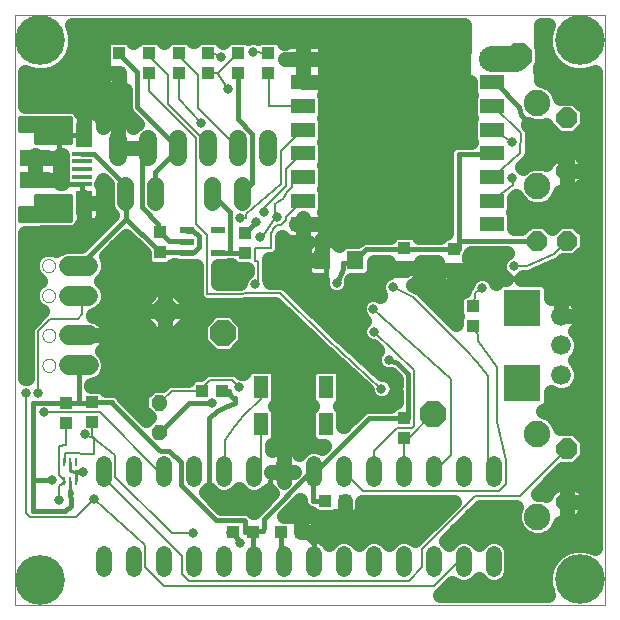
<source format=gbl>
G75*
%MOIN*%
%OFA0B0*%
%FSLAX24Y24*%
%IPPOS*%
%LPD*%
%AMOC8*
5,1,8,0,0,1.08239X$1,22.5*
%
%ADD10C,0.0000*%
%ADD11R,0.0551X0.0630*%
%ADD12R,0.0394X0.0433*%
%ADD13R,0.0433X0.0394*%
%ADD14R,0.0787X0.0512*%
%ADD15OC8,0.0850*%
%ADD16R,0.0472X0.0217*%
%ADD17C,0.0520*%
%ADD18R,0.0512X0.0748*%
%ADD19R,0.0112X0.0276*%
%ADD20R,0.0673X0.0157*%
%ADD21R,0.0575X0.0787*%
%ADD22R,0.0984X0.0541*%
%ADD23C,0.0160*%
%ADD24C,0.0560*%
%ADD25C,0.0104*%
%ADD26OC8,0.0660*%
%ADD27OC8,0.0700*%
%ADD28C,0.0885*%
%ADD29C,0.0660*%
%ADD30R,0.1227X0.1227*%
%ADD31C,0.0600*%
%ADD32C,0.0650*%
%ADD33C,0.0317*%
%ADD34C,0.0100*%
%ADD35C,0.0500*%
%ADD36C,0.0110*%
%ADD37C,0.0080*%
%ADD38C,0.0860*%
%ADD39C,0.1660*%
D10*
X000350Y000350D02*
X000350Y020035D01*
X020035Y020035D01*
X020035Y000350D01*
X000350Y000350D01*
X001267Y008344D02*
X001269Y008373D01*
X001275Y008401D01*
X001284Y008429D01*
X001297Y008455D01*
X001314Y008478D01*
X001333Y008500D01*
X001355Y008519D01*
X001380Y008534D01*
X001406Y008547D01*
X001434Y008555D01*
X001462Y008560D01*
X001491Y008561D01*
X001520Y008558D01*
X001548Y008551D01*
X001575Y008541D01*
X001601Y008527D01*
X001624Y008510D01*
X001645Y008490D01*
X001663Y008467D01*
X001678Y008442D01*
X001689Y008415D01*
X001697Y008387D01*
X001701Y008358D01*
X001701Y008330D01*
X001697Y008301D01*
X001689Y008273D01*
X001678Y008246D01*
X001663Y008221D01*
X001645Y008198D01*
X001624Y008178D01*
X001601Y008161D01*
X001575Y008147D01*
X001548Y008137D01*
X001520Y008130D01*
X001491Y008127D01*
X001462Y008128D01*
X001434Y008133D01*
X001406Y008141D01*
X001380Y008154D01*
X001355Y008169D01*
X001333Y008188D01*
X001314Y008210D01*
X001297Y008233D01*
X001284Y008259D01*
X001275Y008287D01*
X001269Y008315D01*
X001267Y008344D01*
X001267Y009344D02*
X001269Y009373D01*
X001275Y009401D01*
X001284Y009429D01*
X001297Y009455D01*
X001314Y009478D01*
X001333Y009500D01*
X001355Y009519D01*
X001380Y009534D01*
X001406Y009547D01*
X001434Y009555D01*
X001462Y009560D01*
X001491Y009561D01*
X001520Y009558D01*
X001548Y009551D01*
X001575Y009541D01*
X001601Y009527D01*
X001624Y009510D01*
X001645Y009490D01*
X001663Y009467D01*
X001678Y009442D01*
X001689Y009415D01*
X001697Y009387D01*
X001701Y009358D01*
X001701Y009330D01*
X001697Y009301D01*
X001689Y009273D01*
X001678Y009246D01*
X001663Y009221D01*
X001645Y009198D01*
X001624Y009178D01*
X001601Y009161D01*
X001575Y009147D01*
X001548Y009137D01*
X001520Y009130D01*
X001491Y009127D01*
X001462Y009128D01*
X001434Y009133D01*
X001406Y009141D01*
X001380Y009154D01*
X001355Y009169D01*
X001333Y009188D01*
X001314Y009210D01*
X001297Y009233D01*
X001284Y009259D01*
X001275Y009287D01*
X001269Y009315D01*
X001267Y009344D01*
X001259Y010670D02*
X001261Y010699D01*
X001267Y010727D01*
X001276Y010755D01*
X001289Y010781D01*
X001306Y010804D01*
X001325Y010826D01*
X001347Y010845D01*
X001372Y010860D01*
X001398Y010873D01*
X001426Y010881D01*
X001454Y010886D01*
X001483Y010887D01*
X001512Y010884D01*
X001540Y010877D01*
X001567Y010867D01*
X001593Y010853D01*
X001616Y010836D01*
X001637Y010816D01*
X001655Y010793D01*
X001670Y010768D01*
X001681Y010741D01*
X001689Y010713D01*
X001693Y010684D01*
X001693Y010656D01*
X001689Y010627D01*
X001681Y010599D01*
X001670Y010572D01*
X001655Y010547D01*
X001637Y010524D01*
X001616Y010504D01*
X001593Y010487D01*
X001567Y010473D01*
X001540Y010463D01*
X001512Y010456D01*
X001483Y010453D01*
X001454Y010454D01*
X001426Y010459D01*
X001398Y010467D01*
X001372Y010480D01*
X001347Y010495D01*
X001325Y010514D01*
X001306Y010536D01*
X001289Y010559D01*
X001276Y010585D01*
X001267Y010613D01*
X001261Y010641D01*
X001259Y010670D01*
X001259Y011670D02*
X001261Y011699D01*
X001267Y011727D01*
X001276Y011755D01*
X001289Y011781D01*
X001306Y011804D01*
X001325Y011826D01*
X001347Y011845D01*
X001372Y011860D01*
X001398Y011873D01*
X001426Y011881D01*
X001454Y011886D01*
X001483Y011887D01*
X001512Y011884D01*
X001540Y011877D01*
X001567Y011867D01*
X001593Y011853D01*
X001616Y011836D01*
X001637Y011816D01*
X001655Y011793D01*
X001670Y011768D01*
X001681Y011741D01*
X001689Y011713D01*
X001693Y011684D01*
X001693Y011656D01*
X001689Y011627D01*
X001681Y011599D01*
X001670Y011572D01*
X001655Y011547D01*
X001637Y011524D01*
X001616Y011504D01*
X001593Y011487D01*
X001567Y011473D01*
X001540Y011463D01*
X001512Y011456D01*
X001483Y011453D01*
X001454Y011454D01*
X001426Y011459D01*
X001398Y011467D01*
X001372Y011480D01*
X001347Y011495D01*
X001325Y011514D01*
X001306Y011536D01*
X001289Y011559D01*
X001276Y011585D01*
X001267Y011613D01*
X001261Y011641D01*
X001259Y011670D01*
D11*
X010602Y011851D03*
X011705Y011851D03*
D12*
X013332Y011590D03*
X013332Y012259D03*
X014980Y012209D03*
X014980Y011540D03*
X008032Y012093D03*
X008032Y012762D03*
X005179Y012786D03*
X005179Y012117D03*
X006605Y007505D03*
X007274Y007505D03*
X006789Y018089D03*
X006789Y018758D03*
X003814Y018758D03*
X003814Y018089D03*
D13*
X004812Y018089D03*
X004812Y018758D03*
X005812Y018758D03*
X005812Y018089D03*
X007787Y018089D03*
X007787Y018758D03*
X008807Y018758D03*
X008807Y018089D03*
X015613Y010319D03*
X015613Y009650D03*
X013327Y006585D03*
X013327Y005916D03*
X011372Y003824D03*
X010703Y003824D03*
X009905Y002795D03*
X009236Y002795D03*
X008277Y002805D03*
X007608Y002805D03*
X002910Y006453D03*
X002910Y007122D03*
X002049Y007097D03*
X002049Y006428D03*
D14*
X009959Y013051D03*
X009959Y013838D03*
X009959Y014626D03*
X009959Y015413D03*
X009959Y016201D03*
X009959Y016988D03*
X009959Y017775D03*
X009959Y018563D03*
X016259Y018563D03*
X016259Y017775D03*
X016259Y016988D03*
X016259Y016201D03*
X016259Y015413D03*
X016259Y014626D03*
X016259Y013838D03*
X016259Y013051D03*
D15*
X017168Y018666D03*
X005350Y010143D03*
X007280Y009422D03*
X014277Y006729D03*
D16*
X007119Y012096D03*
X007119Y012844D03*
X006095Y012844D03*
X006095Y012470D03*
X006095Y012096D03*
D17*
X006317Y005065D02*
X006317Y004545D01*
X005317Y004545D02*
X005317Y005065D01*
X004317Y005065D02*
X004317Y004545D01*
X003317Y004545D02*
X003317Y005065D01*
X007317Y005065D02*
X007317Y004545D01*
X008317Y004545D02*
X008317Y005065D01*
X009317Y005065D02*
X009317Y004545D01*
X010317Y004545D02*
X010317Y005065D01*
X011317Y005065D02*
X011317Y004545D01*
X012317Y004545D02*
X012317Y005065D01*
X013317Y005065D02*
X013317Y004545D01*
X014317Y004545D02*
X014317Y005065D01*
X015317Y005065D02*
X015317Y004545D01*
X016317Y004545D02*
X016317Y005065D01*
X016317Y002065D02*
X016317Y001545D01*
X015317Y001545D02*
X015317Y002065D01*
X014317Y002065D02*
X014317Y001545D01*
X013317Y001545D02*
X013317Y002065D01*
X012317Y002065D02*
X012317Y001545D01*
X011317Y001545D02*
X011317Y002065D01*
X010317Y002065D02*
X010317Y001545D01*
X009317Y001545D02*
X009317Y002065D01*
X008317Y002065D02*
X008317Y001545D01*
X007317Y001545D02*
X007317Y002065D01*
X006317Y002065D02*
X006317Y001545D01*
X005317Y001545D02*
X005317Y002065D01*
X004317Y002065D02*
X004317Y001545D01*
X003317Y001545D02*
X003317Y002065D01*
D18*
X008549Y006375D03*
X008549Y007635D03*
X010714Y007635D03*
X010714Y006375D03*
D19*
X002401Y005134D03*
X002204Y005134D03*
X002007Y005134D03*
X002007Y004484D03*
X002204Y004484D03*
X002401Y004484D03*
D20*
X002598Y014382D03*
X002598Y014638D03*
X002598Y014894D03*
X002598Y015150D03*
X002598Y015406D03*
D21*
X002649Y016036D03*
X002649Y013752D03*
D22*
X001011Y014525D03*
X001011Y015263D03*
D23*
X001011Y014525D01*
X000941Y014468D01*
X000925Y014468D02*
X001011Y014525D01*
X001185Y015059D02*
X001011Y015263D01*
X001011Y015297D01*
X001800Y015297D01*
X001828Y015297D01*
X001828Y016036D01*
X002649Y016036D01*
X002642Y016036D01*
X002649Y016036D02*
X002649Y016091D01*
X002179Y016042D02*
X001069Y016042D01*
X001069Y016200D02*
X002179Y016200D01*
X002179Y016359D02*
X000538Y016359D01*
X000538Y016517D02*
X002179Y016517D01*
X002179Y016596D02*
X001167Y016596D01*
X001169Y016595D01*
X000539Y016595D01*
X000537Y016200D01*
X001069Y016200D01*
X001069Y015779D01*
X002179Y015779D01*
X002179Y016596D01*
X002179Y015883D02*
X001069Y015883D01*
X001800Y015297D02*
X001800Y014382D01*
X002598Y014382D01*
X002602Y014381D01*
X002602Y013807D01*
X002649Y013759D01*
X002649Y013752D01*
X002179Y013823D02*
X001069Y013823D01*
X001069Y013981D02*
X002179Y013981D01*
X002179Y014002D02*
X001069Y014002D01*
X001069Y013581D01*
X000537Y013581D01*
X000535Y013184D01*
X001165Y013184D01*
X001167Y013185D01*
X002179Y013185D01*
X002179Y014002D01*
X002179Y013664D02*
X001069Y013664D01*
X000537Y013506D02*
X002179Y013506D01*
X002179Y013347D02*
X000536Y013347D01*
X000535Y013189D02*
X002179Y013189D01*
X002484Y011673D02*
X004011Y013200D01*
X004074Y013240D01*
X004074Y014004D01*
X004021Y014070D01*
X004019Y014074D01*
X004019Y014374D01*
X002988Y015405D01*
X002602Y015405D01*
X002598Y015406D01*
X001185Y015059D02*
X001011Y015146D01*
X004074Y013240D02*
X005130Y012185D01*
X005179Y012117D01*
X005185Y012114D01*
X006074Y012114D01*
X006090Y012098D01*
X006095Y012096D01*
X006169Y012130D01*
X006326Y012130D01*
X006492Y012295D01*
X006492Y012649D01*
X006303Y012838D01*
X006098Y012838D01*
X006095Y012844D01*
X006090Y012476D02*
X006095Y012470D01*
X006090Y012476D02*
X005492Y012476D01*
X005185Y012783D01*
X005179Y012786D01*
X005130Y012854D01*
X005130Y013059D01*
X004578Y013610D01*
X004578Y015366D01*
X004799Y015586D01*
X004804Y015589D01*
X005027Y014775D02*
X005767Y015515D01*
X005804Y015589D01*
X005799Y015594D01*
X004429Y016964D01*
X004429Y018114D01*
X003815Y018728D01*
X003815Y018752D01*
X003814Y018758D01*
X007787Y018089D02*
X007791Y018082D01*
X007791Y016555D01*
X008271Y016074D01*
X008271Y014421D01*
X007917Y014067D01*
X007916Y014063D01*
X007515Y013460D02*
X006917Y014059D01*
X006916Y014063D01*
X007515Y013460D02*
X007515Y012098D01*
X008027Y012098D01*
X008032Y012093D01*
X007515Y012098D02*
X007122Y012098D01*
X007119Y012096D01*
X007466Y011591D02*
X008158Y011591D01*
X006508Y010536D02*
X005956Y010019D01*
X005902Y009965D01*
X007690Y008189D01*
X007475Y007499D02*
X007279Y007500D01*
X007274Y007505D01*
X007475Y007499D02*
X007529Y007352D01*
X007608Y007274D01*
X007695Y007241D01*
X007697Y007091D01*
X007343Y006967D01*
X007106Y006812D01*
X006818Y006606D01*
X006818Y004575D01*
X006833Y004575D01*
X006833Y003923D01*
X008720Y003923D01*
X008720Y003849D01*
X008843Y004497D01*
X008959Y004805D01*
X009317Y004805D01*
X010200Y004775D02*
X010317Y004805D01*
X010397Y004830D01*
X012153Y006586D01*
X013326Y006586D01*
X013327Y006585D01*
X013405Y006586D01*
X013460Y006586D01*
X013460Y008051D01*
X013098Y008413D01*
X012816Y008534D01*
X011579Y010615D02*
X010722Y010618D01*
X010722Y011232D01*
X010719Y011275D01*
X010720Y011728D01*
X010720Y011815D01*
X010602Y011851D01*
X010649Y011925D01*
X010653Y011929D01*
X010689Y011893D01*
X010653Y011929D02*
X010633Y011948D01*
X010602Y011866D02*
X010602Y011851D01*
X011291Y011767D02*
X011291Y011554D01*
X011084Y011098D01*
X011579Y011374D02*
X011579Y010615D01*
X011579Y011374D02*
X013429Y011374D01*
X013563Y011507D01*
X014862Y011507D01*
X014980Y011540D01*
X016492Y011540D01*
X016490Y011254D01*
X018566Y011254D01*
X018568Y009996D01*
X015147Y012209D02*
X015147Y012500D01*
X017759Y012500D01*
X017763Y012502D01*
X015147Y012500D02*
X015147Y015395D01*
X016259Y015395D01*
X016259Y015413D01*
X017496Y016303D02*
X017496Y016397D01*
X017226Y016677D01*
X017169Y016956D01*
X016381Y017744D01*
X016342Y017744D01*
X016259Y017775D01*
X016263Y017775D01*
X017496Y016303D02*
X018752Y014815D01*
X018753Y014814D01*
X015147Y012209D02*
X014980Y012209D01*
X014901Y012208D01*
X013405Y012208D01*
X013332Y012259D01*
X013263Y012216D01*
X012074Y012216D01*
X011767Y011909D01*
X011705Y011851D01*
X011626Y011822D01*
X011570Y011767D01*
X011291Y011767D01*
X009964Y013051D02*
X009959Y013051D01*
X009901Y012996D01*
X009959Y013051D01*
X009964Y013051D01*
X009959Y013051D01*
X008381Y013114D02*
X008035Y012767D01*
X008032Y012762D01*
X005027Y014074D02*
X005027Y014775D01*
X005027Y014074D02*
X005021Y014070D01*
X002484Y011673D02*
X002476Y011670D01*
X002484Y008344D02*
X002484Y008342D01*
X002484Y007098D01*
X002051Y007098D01*
X000945Y007098D01*
X000947Y004516D01*
X001596Y004516D01*
X001595Y004511D01*
X002206Y004152D02*
X002209Y004075D01*
X002206Y004149D01*
X002208Y003743D01*
X002214Y003649D01*
X002032Y003506D01*
X001781Y003506D01*
X000947Y003494D01*
X000947Y004516D01*
X002399Y004806D02*
X002452Y004807D01*
X002610Y004807D01*
X003626Y007043D02*
X005145Y005523D01*
X005224Y005492D01*
X005507Y005492D01*
X005878Y005122D01*
X005878Y004374D01*
X007067Y003185D01*
X007996Y003185D01*
X008019Y003161D01*
X008019Y002815D01*
X008027Y002807D01*
X008193Y002807D01*
X008277Y002805D01*
X008358Y002830D01*
X008626Y002830D01*
X008657Y002909D01*
X008657Y003232D01*
X010200Y004775D01*
X010279Y004767D02*
X010279Y003830D01*
X010703Y003830D01*
X010703Y003824D01*
X011372Y003824D02*
X011377Y003556D01*
X011377Y003322D01*
X009895Y003322D01*
X009279Y003322D01*
X009895Y003322D02*
X009893Y002931D01*
X009905Y002795D01*
X009909Y002791D01*
X010311Y002389D01*
X010311Y001807D01*
X010317Y001805D01*
X009317Y001805D02*
X009311Y001807D01*
X009240Y001878D01*
X009240Y002791D01*
X009236Y002795D01*
X008279Y002799D02*
X008277Y002805D01*
X008279Y002799D02*
X008279Y001838D01*
X008311Y001807D01*
X008317Y001805D01*
X007842Y002408D02*
X007649Y002736D01*
X007608Y002805D01*
X007602Y002799D01*
X007452Y002799D01*
X010279Y004767D02*
X010311Y004799D01*
X010317Y004805D01*
X006929Y007082D02*
X006161Y007082D01*
X005200Y006122D01*
X005153Y006116D01*
X003626Y007043D02*
X003594Y007122D01*
X002996Y007122D01*
X002910Y007122D01*
X002909Y007122D01*
X002885Y007098D01*
X002484Y007098D01*
X002051Y007098D02*
X002049Y007097D01*
X014936Y011540D02*
X014936Y011565D01*
D24*
X007916Y013783D02*
X007916Y014343D01*
X006916Y014343D02*
X006916Y013783D01*
X005021Y013790D02*
X005021Y014350D01*
X004021Y014350D02*
X004021Y013790D01*
D25*
X004998Y007072D02*
X004946Y007020D01*
X004946Y007192D01*
X005067Y007313D01*
X005239Y007313D01*
X005360Y007192D01*
X005360Y007020D01*
X005239Y006899D01*
X005067Y006899D01*
X004946Y007020D01*
X005024Y007052D01*
X005024Y007160D01*
X005099Y007235D01*
X005207Y007235D01*
X005282Y007160D01*
X005282Y007052D01*
X005207Y006977D01*
X005099Y006977D01*
X005024Y007052D01*
X005102Y007085D01*
X005102Y007127D01*
X005132Y007157D01*
X005174Y007157D01*
X005204Y007127D01*
X005204Y007085D01*
X005174Y007055D01*
X005132Y007055D01*
X005102Y007085D01*
X004998Y006082D02*
X004946Y006030D01*
X004946Y006202D01*
X005067Y006323D01*
X005239Y006323D01*
X005360Y006202D01*
X005360Y006030D01*
X005239Y005909D01*
X005067Y005909D01*
X004946Y006030D01*
X005024Y006062D01*
X005024Y006170D01*
X005099Y006245D01*
X005207Y006245D01*
X005282Y006170D01*
X005282Y006062D01*
X005207Y005987D01*
X005099Y005987D01*
X005024Y006062D01*
X005102Y006095D01*
X005102Y006137D01*
X005132Y006167D01*
X005174Y006167D01*
X005204Y006137D01*
X005204Y006095D01*
X005174Y006065D01*
X005132Y006065D01*
X005102Y006095D01*
D26*
X017763Y012502D03*
X018763Y012502D03*
D27*
X018753Y014814D03*
X018753Y016594D03*
X018753Y005571D03*
X018753Y003791D03*
D28*
X017773Y003301D03*
X017773Y006061D03*
X017773Y014324D03*
X017773Y017084D03*
D29*
X018568Y009996D03*
X018568Y009011D03*
X018568Y008027D03*
D30*
X017268Y007752D03*
X017268Y010271D03*
D31*
X008804Y015289D02*
X008804Y015889D01*
X007804Y015889D02*
X007804Y015289D01*
X006804Y015289D02*
X006804Y015889D01*
X005804Y015889D02*
X005804Y015289D01*
X004804Y015289D02*
X004804Y015889D01*
X003804Y015889D02*
X003804Y015289D01*
D32*
X002801Y011670D02*
X002151Y011670D01*
X002151Y010670D02*
X002801Y010670D01*
X002809Y009344D02*
X002160Y009344D01*
X002160Y008344D02*
X002809Y008344D01*
D33*
X001122Y007437D03*
X000720Y007437D03*
X001329Y006778D03*
X002684Y006056D03*
X002610Y004807D03*
X001595Y004511D03*
X001834Y003842D03*
X002988Y003881D03*
X006286Y002741D03*
X007842Y002408D03*
X009279Y003322D03*
X008720Y003849D03*
X006929Y007082D03*
X007818Y007611D03*
X006508Y010536D03*
X007466Y011591D03*
X008158Y011591D03*
X008358Y011060D03*
X008538Y012625D03*
X008381Y013114D03*
X008673Y013445D03*
X009101Y013299D03*
X007845Y013263D03*
X011084Y011098D03*
X012297Y010239D03*
X012941Y010955D03*
X012326Y009468D03*
X012816Y008534D03*
X012573Y007573D03*
X015921Y010932D03*
X016975Y011646D03*
X016926Y014596D03*
X016918Y015799D03*
X008304Y018805D03*
X007214Y018608D03*
X007472Y017573D03*
X006543Y016434D03*
D34*
X002204Y004484D02*
X002203Y004464D01*
X002206Y004152D01*
D35*
X004726Y006523D02*
X003975Y007273D01*
X003974Y007276D01*
X003944Y007350D01*
X003943Y007352D01*
X003942Y007354D01*
X003886Y007410D01*
X003831Y007466D01*
X003828Y007467D01*
X003826Y007469D01*
X003753Y007499D01*
X003681Y007531D01*
X003678Y007531D01*
X003676Y007532D01*
X003597Y007532D01*
X003518Y007533D01*
X003515Y007532D01*
X003381Y007532D01*
X003314Y007599D01*
X003192Y007649D01*
X002894Y007649D01*
X002894Y007689D01*
X002939Y007689D01*
X003180Y007789D01*
X003364Y007973D01*
X003464Y008214D01*
X003464Y008474D01*
X003364Y008715D01*
X003249Y008831D01*
X003255Y008836D01*
X003318Y008898D01*
X003372Y008968D01*
X003416Y009045D01*
X003450Y009127D01*
X003472Y009212D01*
X003484Y009300D01*
X003484Y009344D01*
X003484Y009388D01*
X003472Y009476D01*
X003450Y009561D01*
X003416Y009643D01*
X003372Y009720D01*
X003318Y009790D01*
X003255Y009852D01*
X003185Y009906D01*
X003108Y009950D01*
X003027Y009984D01*
X002956Y010003D01*
X002956Y010026D01*
X003172Y010115D01*
X003356Y010299D01*
X003456Y010540D01*
X003456Y010801D01*
X003356Y011041D01*
X003227Y011170D01*
X003356Y011299D01*
X003456Y011540D01*
X003456Y011801D01*
X003378Y011988D01*
X004063Y012672D01*
X004653Y012082D01*
X004653Y011835D01*
X004703Y011713D01*
X004796Y011621D01*
X004917Y011570D01*
X005442Y011570D01*
X005563Y011621D01*
X005647Y011704D01*
X005683Y011704D01*
X005793Y011658D01*
X006389Y011658D01*
X006389Y010791D01*
X006388Y010789D01*
X006389Y010718D01*
X006389Y010646D01*
X006390Y010644D01*
X006390Y010641D01*
X006419Y010576D01*
X006446Y010510D01*
X006448Y010509D01*
X006449Y010506D01*
X006500Y010457D01*
X006550Y010406D01*
X006552Y010405D01*
X006554Y010404D01*
X006620Y010377D01*
X006686Y010350D01*
X006688Y010350D01*
X006691Y010349D01*
X006762Y010350D01*
X006833Y010350D01*
X006835Y010351D01*
X009038Y010381D01*
X010460Y009016D01*
X010462Y009013D01*
X010513Y008965D01*
X010564Y008917D01*
X010567Y008916D01*
X012085Y007520D01*
X012085Y007476D01*
X012159Y007297D01*
X012297Y007159D01*
X012476Y007085D01*
X012671Y007085D01*
X012850Y007159D01*
X012987Y007297D01*
X013050Y007448D01*
X013050Y007112D01*
X013045Y007112D01*
X012924Y007062D01*
X012858Y006996D01*
X012072Y006996D01*
X011921Y006934D01*
X011300Y006313D01*
X011300Y006815D01*
X011250Y006936D01*
X011181Y007005D01*
X011250Y007074D01*
X011300Y007195D01*
X011300Y008074D01*
X011250Y008196D01*
X011157Y008289D01*
X011036Y008339D01*
X010393Y008339D01*
X010271Y008289D01*
X010178Y008196D01*
X010128Y008074D01*
X010128Y007195D01*
X010178Y007074D01*
X010247Y007005D01*
X010178Y006936D01*
X010128Y006815D01*
X010128Y005935D01*
X010178Y005814D01*
X010271Y005721D01*
X010393Y005671D01*
X010658Y005671D01*
X010582Y005594D01*
X010435Y005655D01*
X010200Y005655D01*
X009983Y005565D01*
X009824Y005406D01*
X009783Y005463D01*
X009715Y005531D01*
X009637Y005587D01*
X009551Y005631D01*
X009460Y005660D01*
X009365Y005675D01*
X009317Y005675D01*
X009269Y005675D01*
X009174Y005660D01*
X009083Y005631D01*
X008998Y005587D01*
X008920Y005531D01*
X008917Y005527D01*
X008917Y005690D01*
X008992Y005721D01*
X009084Y005814D01*
X009135Y005935D01*
X009135Y006815D01*
X009084Y006936D01*
X009015Y007005D01*
X009084Y007074D01*
X009135Y007195D01*
X009135Y008074D01*
X009084Y008196D01*
X008992Y008289D01*
X008870Y008339D01*
X008227Y008339D01*
X008106Y008289D01*
X008013Y008196D01*
X007965Y008079D01*
X007915Y008099D01*
X007888Y008099D01*
X007873Y008114D01*
X007834Y008159D01*
X007822Y008165D01*
X007812Y008175D01*
X007756Y008198D01*
X007703Y008225D01*
X007689Y008226D01*
X007676Y008232D01*
X007616Y008232D01*
X007556Y008236D01*
X007543Y008232D01*
X006788Y008232D01*
X006652Y008175D01*
X006528Y008051D01*
X006343Y008051D01*
X006221Y008001D01*
X006129Y007908D01*
X006113Y007870D01*
X005513Y007870D01*
X005377Y007813D01*
X005259Y007696D01*
X004909Y007696D01*
X004563Y007350D01*
X004563Y006862D01*
X004814Y006611D01*
X004726Y006523D01*
X004594Y006831D02*
X004418Y006831D01*
X004563Y007329D02*
X003953Y007329D01*
X003219Y007828D02*
X005411Y007828D01*
X006525Y009109D02*
X006967Y008667D01*
X007593Y008667D01*
X008035Y009109D01*
X008035Y009735D01*
X007593Y010177D01*
X006967Y010177D01*
X006525Y009735D01*
X006525Y009109D01*
X006525Y009323D02*
X003484Y009323D01*
X003484Y009344D02*
X002484Y009344D01*
X003484Y009344D01*
X003255Y008825D02*
X006810Y008825D01*
X007750Y008825D02*
X010666Y008825D01*
X010141Y009323D02*
X008035Y009323D01*
X007948Y009822D02*
X009621Y009822D01*
X009101Y010320D02*
X006125Y010320D01*
X006125Y010464D02*
X006125Y010143D01*
X005350Y010143D01*
X005350Y010143D01*
X005350Y009368D01*
X005671Y009368D01*
X006125Y009822D01*
X006125Y010143D01*
X005350Y010143D01*
X005350Y010143D01*
X005350Y009368D01*
X005029Y009368D01*
X004575Y009822D01*
X004575Y010143D01*
X005350Y010143D01*
X005350Y010143D01*
X005350Y010918D01*
X005671Y010918D01*
X006125Y010464D01*
X006389Y010819D02*
X005770Y010819D01*
X005350Y010819D02*
X005350Y010819D01*
X005350Y010918D02*
X005029Y010918D01*
X004575Y010464D01*
X004575Y010143D01*
X005350Y010143D01*
X005350Y010143D01*
X005350Y010918D01*
X004929Y010819D02*
X003448Y010819D01*
X003363Y011317D02*
X006389Y011317D01*
X007129Y011317D02*
X007936Y011317D01*
X007944Y011337D02*
X007870Y011157D01*
X007870Y011105D01*
X007129Y011095D01*
X007129Y011658D01*
X007421Y011658D01*
X007494Y011688D01*
X007556Y011688D01*
X007648Y011596D01*
X007769Y011546D01*
X008084Y011546D01*
X008084Y011475D01*
X008082Y011474D01*
X007944Y011337D01*
X008824Y011317D02*
X010052Y011317D01*
X010055Y011313D02*
X010103Y011264D01*
X010161Y011226D01*
X010224Y011199D01*
X010292Y011186D01*
X010595Y011186D01*
X010595Y011001D01*
X010670Y010822D01*
X010807Y010684D01*
X010986Y010610D01*
X011181Y010610D01*
X011360Y010684D01*
X011498Y010822D01*
X011572Y011001D01*
X011572Y011181D01*
X011583Y011206D01*
X012046Y011206D01*
X012167Y011256D01*
X012260Y011349D01*
X012310Y011470D01*
X012310Y011806D01*
X012786Y011806D01*
X012786Y011590D01*
X013332Y011590D01*
X013332Y011590D01*
X012786Y011590D01*
X012786Y011420D01*
X012665Y011370D01*
X012527Y011232D01*
X012453Y011053D01*
X012453Y010858D01*
X012527Y010679D01*
X012538Y010668D01*
X012394Y010728D01*
X012200Y010728D01*
X012021Y010653D01*
X011883Y010516D01*
X011809Y010336D01*
X011809Y010142D01*
X011883Y009963D01*
X012007Y009839D01*
X011912Y009745D01*
X011838Y009565D01*
X011838Y009371D01*
X011912Y009191D01*
X012050Y009054D01*
X012229Y008980D01*
X012302Y008980D01*
X012440Y008848D01*
X012402Y008810D01*
X012328Y008631D01*
X012328Y008436D01*
X012402Y008257D01*
X012540Y008119D01*
X012719Y008045D01*
X012886Y008045D01*
X013050Y007881D01*
X013050Y007698D01*
X012987Y007850D01*
X012850Y007987D01*
X012671Y008062D01*
X012589Y008062D01*
X011020Y009505D01*
X009442Y011019D01*
X009390Y011069D01*
X009389Y011070D01*
X009388Y011071D01*
X009320Y011097D01*
X009253Y011124D01*
X009252Y011124D01*
X009251Y011124D01*
X009178Y011123D01*
X008847Y011118D01*
X008847Y011157D01*
X008824Y011212D01*
X008824Y011882D01*
X008820Y011891D01*
X008882Y011891D01*
X008955Y011891D01*
X008956Y011891D01*
X008957Y011891D01*
X009024Y011919D01*
X009091Y011946D01*
X009092Y011947D01*
X009093Y011947D01*
X009144Y011999D01*
X009196Y012050D01*
X009196Y012051D01*
X009197Y012051D01*
X009224Y012119D01*
X009253Y012186D01*
X009253Y012187D01*
X009253Y012260D01*
X009253Y012333D01*
X009253Y012334D01*
X009253Y012604D01*
X009265Y012615D01*
X009294Y012572D01*
X009343Y012523D01*
X009400Y012485D01*
X009464Y012458D01*
X009531Y012445D01*
X009959Y012445D01*
X009959Y013051D01*
X009727Y013051D01*
X009727Y013051D01*
X009959Y013051D01*
X009959Y013051D01*
X009959Y013252D01*
X009959Y013252D01*
X009959Y013051D01*
X009959Y013051D01*
X009959Y013051D01*
X009959Y012445D01*
X010114Y012445D01*
X010103Y012438D01*
X010055Y012389D01*
X010016Y012332D01*
X009990Y012268D01*
X009977Y012200D01*
X009977Y011851D01*
X010602Y011851D01*
X010602Y012516D01*
X010565Y012516D01*
X010576Y012523D01*
X010625Y012572D01*
X010663Y012629D01*
X010690Y012693D01*
X010703Y012761D01*
X010703Y013051D01*
X010703Y013341D01*
X010690Y013409D01*
X010664Y013471D01*
X010683Y013517D01*
X010683Y014160D01*
X010653Y014232D01*
X010683Y014304D01*
X010683Y014947D01*
X010653Y015019D01*
X010683Y015092D01*
X010683Y015735D01*
X010653Y015807D01*
X010683Y015879D01*
X010683Y016522D01*
X010653Y016594D01*
X010683Y016666D01*
X010683Y017309D01*
X010664Y017355D01*
X010690Y017417D01*
X010703Y017485D01*
X010703Y017775D01*
X009959Y017775D01*
X009959Y018563D01*
X009353Y018563D01*
X009353Y018563D01*
X009959Y018563D01*
X009959Y018563D01*
X009959Y019169D01*
X009531Y019169D01*
X009464Y019155D01*
X009400Y019129D01*
X009343Y019090D01*
X009330Y019077D01*
X009303Y019142D01*
X009210Y019235D01*
X009089Y019285D01*
X008524Y019285D01*
X008473Y019264D01*
X008401Y019294D01*
X008207Y019294D01*
X008127Y019261D01*
X008069Y019285D01*
X007504Y019285D01*
X007383Y019235D01*
X007290Y019142D01*
X007282Y019122D01*
X007265Y019162D01*
X007172Y019255D01*
X007051Y019305D01*
X006526Y019305D01*
X006405Y019255D01*
X006312Y019162D01*
X006305Y019145D01*
X006216Y019235D01*
X006094Y019285D01*
X005530Y019285D01*
X005409Y019235D01*
X005316Y019142D01*
X005312Y019133D01*
X005308Y019142D01*
X005215Y019235D01*
X005094Y019285D01*
X004530Y019285D01*
X004408Y019235D01*
X004315Y019142D01*
X004307Y019122D01*
X004290Y019162D01*
X004198Y019255D01*
X004076Y019305D01*
X003551Y019305D01*
X003430Y019255D01*
X003337Y019162D01*
X003287Y019040D01*
X003287Y018476D01*
X003298Y018450D01*
X003280Y018408D01*
X003267Y018340D01*
X003267Y018089D01*
X003267Y017838D01*
X003280Y017770D01*
X003307Y017707D01*
X003345Y017649D01*
X003394Y017601D01*
X003451Y017562D01*
X003515Y017536D01*
X003582Y017522D01*
X003814Y017522D01*
X004019Y017522D01*
X004019Y016883D01*
X004081Y016732D01*
X004408Y016405D01*
X004374Y016379D01*
X004314Y016319D01*
X004304Y016305D01*
X004294Y016319D01*
X004233Y016379D01*
X004166Y016431D01*
X004092Y016473D01*
X004013Y016506D01*
X003931Y016528D01*
X003847Y016539D01*
X003804Y016539D01*
X003804Y015589D01*
X003804Y015589D01*
X004154Y015589D01*
X004804Y015589D01*
X004804Y015589D01*
X003804Y015589D01*
X003804Y015589D01*
X003804Y016539D01*
X003761Y016539D01*
X003677Y016528D01*
X003595Y016506D01*
X003516Y016473D01*
X003442Y016431D01*
X003374Y016379D01*
X003314Y016319D01*
X003287Y016283D01*
X003287Y016464D01*
X003273Y016532D01*
X003247Y016595D01*
X003208Y016653D01*
X003160Y016701D01*
X003102Y016740D01*
X003039Y016766D01*
X002971Y016779D01*
X002649Y016779D01*
X002546Y016779D01*
X002526Y016828D01*
X002411Y016943D01*
X002260Y017006D01*
X001188Y017006D01*
X001129Y017012D01*
X001108Y017006D01*
X001085Y017006D01*
X001083Y017005D01*
X000700Y017005D01*
X000700Y018125D01*
X000753Y018094D01*
X001048Y018015D01*
X001353Y018015D01*
X001648Y018094D01*
X001913Y018247D01*
X002129Y018463D01*
X002282Y018727D01*
X002361Y019022D01*
X002361Y019328D01*
X002282Y019623D01*
X002246Y019685D01*
X015309Y019685D01*
X015300Y017776D01*
X015515Y017775D01*
X015515Y017485D01*
X015528Y017417D01*
X015554Y017355D01*
X015535Y017309D01*
X015535Y016666D01*
X015565Y016594D01*
X015535Y016522D01*
X015535Y015879D01*
X015565Y015807D01*
X015564Y015805D01*
X015065Y015805D01*
X014915Y015742D01*
X014799Y015627D01*
X014737Y015476D01*
X014737Y012756D01*
X014717Y012756D01*
X014596Y012705D01*
X014509Y012618D01*
X013827Y012618D01*
X013809Y012662D01*
X013716Y012755D01*
X013595Y012805D01*
X013070Y012805D01*
X012949Y012755D01*
X012856Y012662D01*
X012841Y012626D01*
X011993Y012626D01*
X011842Y012564D01*
X011774Y012496D01*
X011363Y012496D01*
X011242Y012446D01*
X011164Y012368D01*
X011150Y012389D01*
X011101Y012438D01*
X011044Y012476D01*
X010980Y012502D01*
X010912Y012516D01*
X010602Y012516D01*
X010602Y011851D01*
X010602Y011851D01*
X010602Y011851D01*
X009977Y011851D01*
X009977Y011501D01*
X009990Y011434D01*
X010016Y011370D01*
X010055Y011313D01*
X009977Y011816D02*
X008824Y011816D01*
X009253Y012186D02*
X009253Y012186D01*
X009253Y012314D02*
X010009Y012314D01*
X009959Y012813D02*
X009959Y012813D01*
X009959Y013051D02*
X009959Y013051D01*
X010703Y013051D01*
X009959Y013051D01*
X010703Y012813D02*
X014737Y012813D01*
X014737Y013311D02*
X010703Y013311D01*
X010683Y013810D02*
X014737Y013810D01*
X014737Y014308D02*
X010683Y014308D01*
X010683Y014807D02*
X014737Y014807D01*
X014737Y015305D02*
X010683Y015305D01*
X010655Y015804D02*
X015062Y015804D01*
X015535Y016302D02*
X010683Y016302D01*
X010683Y016801D02*
X015535Y016801D01*
X015535Y017299D02*
X010683Y017299D01*
X010703Y017775D02*
X009959Y017775D01*
X009959Y017775D01*
X009959Y017775D01*
X009959Y017957D01*
X009959Y018563D01*
X009959Y018563D01*
X009959Y019169D01*
X010388Y019169D01*
X010455Y019155D01*
X010519Y019129D01*
X010576Y019090D01*
X010625Y019042D01*
X010663Y018984D01*
X010690Y018921D01*
X010703Y018853D01*
X010703Y018563D01*
X009959Y018563D01*
X009959Y018563D01*
X009959Y018563D01*
X010703Y018563D01*
X010703Y018272D01*
X010690Y018205D01*
X010675Y018169D01*
X010690Y018133D01*
X010703Y018066D01*
X010703Y017775D01*
X010703Y017798D02*
X015300Y017798D01*
X015302Y018296D02*
X010703Y018296D01*
X009959Y018296D02*
X009959Y018296D01*
X009959Y017798D02*
X009959Y017798D01*
X009959Y018795D02*
X009959Y018795D01*
X010703Y018795D02*
X015305Y018795D01*
X015307Y019293D02*
X008403Y019293D01*
X008205Y019293D02*
X007080Y019293D01*
X006497Y019293D02*
X004105Y019293D01*
X003523Y019293D02*
X002361Y019293D01*
X002300Y018795D02*
X003287Y018795D01*
X003267Y018296D02*
X001962Y018296D01*
X003267Y018089D02*
X003814Y018089D01*
X003814Y017522D01*
X003814Y018089D01*
X003814Y018089D01*
X003267Y018089D01*
X003275Y017798D02*
X000700Y017798D01*
X000700Y017299D02*
X004019Y017299D01*
X004053Y016801D02*
X002538Y016801D01*
X002649Y016779D02*
X002649Y016036D01*
X002649Y016036D01*
X002589Y016036D01*
X002589Y016036D01*
X002649Y016036D01*
X002649Y016036D01*
X002649Y016779D01*
X002649Y016302D02*
X002649Y016302D01*
X003287Y016302D02*
X003302Y016302D01*
X003804Y016302D02*
X003804Y016302D01*
X003804Y015804D02*
X003804Y015804D01*
X001931Y015369D02*
X001931Y015261D01*
X001931Y014579D01*
X001925Y014563D01*
X001911Y014495D01*
X001911Y014412D01*
X001854Y014412D01*
X001854Y014525D01*
X001854Y014830D01*
X001841Y014894D01*
X001854Y014958D01*
X001854Y015263D01*
X001011Y015263D01*
X001011Y015263D01*
X001011Y015146D01*
X001011Y014525D01*
X001011Y014525D01*
X001011Y015263D01*
X001011Y015369D01*
X001011Y015369D01*
X001011Y015263D01*
X001011Y015263D01*
X001011Y015263D01*
X001854Y015263D01*
X001854Y015369D01*
X001931Y015369D01*
X001931Y015305D02*
X001854Y015305D01*
X001011Y015305D02*
X001011Y015305D01*
X001011Y014807D02*
X001011Y014807D01*
X001011Y014525D02*
X001854Y014525D01*
X001011Y014525D01*
X001011Y014525D01*
X001854Y014807D02*
X001931Y014807D01*
X002649Y013953D02*
X002649Y013752D01*
X002649Y013752D01*
X002649Y013009D01*
X002549Y013009D01*
X002526Y012953D01*
X002411Y012838D01*
X002260Y012775D01*
X001249Y012775D01*
X001246Y012774D01*
X001187Y012774D01*
X001128Y012768D01*
X001106Y012774D01*
X000700Y012774D01*
X000700Y007925D01*
X000752Y007925D01*
X000752Y009565D01*
X000808Y009701D01*
X001217Y010111D01*
X001255Y010149D01*
X001155Y010190D01*
X000996Y010349D01*
X000910Y010558D01*
X000910Y010783D01*
X000996Y010991D01*
X001155Y011151D01*
X001203Y011170D01*
X001155Y011190D01*
X000996Y011349D01*
X000910Y011558D01*
X000910Y011783D01*
X000996Y011991D01*
X001155Y012151D01*
X001364Y012237D01*
X001589Y012237D01*
X001732Y012177D01*
X001781Y012225D01*
X002021Y012325D01*
X002556Y012325D01*
X003590Y013358D01*
X003504Y013444D01*
X003411Y013669D01*
X003411Y014402D01*
X003276Y014537D01*
X003285Y014495D01*
X003285Y014382D01*
X003218Y014382D01*
X003218Y014382D01*
X003285Y014382D01*
X003285Y014269D01*
X003277Y014230D01*
X003287Y014180D01*
X003287Y013752D01*
X002649Y013752D01*
X002649Y013009D01*
X002971Y013009D01*
X003039Y013022D01*
X003102Y013048D01*
X003160Y013087D01*
X003208Y013135D01*
X003247Y013193D01*
X003273Y013256D01*
X003287Y013324D01*
X003287Y013752D01*
X002649Y013752D01*
X002649Y013752D01*
X002649Y013752D01*
X002649Y013953D01*
X002649Y013953D01*
X002649Y013810D02*
X002649Y013810D01*
X002649Y013311D02*
X002649Y013311D01*
X003284Y013311D02*
X003542Y013311D01*
X003411Y013810D02*
X003287Y013810D01*
X003285Y014308D02*
X003411Y014308D01*
X003044Y012813D02*
X002350Y012813D01*
X001994Y012314D02*
X000700Y012314D01*
X000700Y011816D02*
X000923Y011816D01*
X001028Y011317D02*
X000700Y011317D01*
X000700Y010819D02*
X000924Y010819D01*
X001025Y010320D02*
X000700Y010320D01*
X000700Y009822D02*
X000928Y009822D01*
X000752Y009323D02*
X000700Y009323D01*
X000700Y008825D02*
X000752Y008825D01*
X000752Y008326D02*
X000700Y008326D01*
X002484Y009344D02*
X002484Y009344D01*
X003286Y009822D02*
X004575Y009822D01*
X004575Y010320D02*
X003365Y010320D01*
X005350Y010320D02*
X005350Y010320D01*
X005350Y009822D02*
X005350Y009822D01*
X006124Y009822D02*
X006612Y009822D01*
X008196Y008326D02*
X003464Y008326D01*
X003450Y011816D02*
X004661Y011816D01*
X004420Y012314D02*
X003705Y012314D01*
X009651Y010819D02*
X010673Y010819D01*
X010170Y010320D02*
X011809Y010320D01*
X011989Y009822D02*
X010690Y009822D01*
X011218Y009323D02*
X011858Y009323D01*
X011760Y008825D02*
X012417Y008825D01*
X012374Y008326D02*
X012302Y008326D01*
X011750Y007828D02*
X011300Y007828D01*
X011208Y008326D02*
X011067Y008326D01*
X010362Y008326D02*
X008901Y008326D01*
X009135Y007828D02*
X010128Y007828D01*
X010128Y007329D02*
X009135Y007329D01*
X009128Y006831D02*
X010135Y006831D01*
X010128Y006332D02*
X009135Y006332D01*
X009092Y005834D02*
X010170Y005834D01*
X009317Y005675D02*
X009317Y004805D01*
X008907Y004805D01*
X008907Y004805D01*
X009317Y004805D01*
X009317Y004805D01*
X009317Y004472D01*
X009317Y004472D01*
X009317Y004805D01*
X009317Y004805D01*
X009317Y005675D01*
X009317Y005335D02*
X009317Y005335D01*
X009317Y004837D02*
X009317Y004837D01*
X009317Y004805D02*
X009317Y004805D01*
X009651Y004805D01*
X009651Y004805D01*
X009317Y004805D01*
X009317Y004805D01*
X008811Y004204D02*
X008852Y004148D01*
X008920Y004080D01*
X008923Y004078D01*
X008310Y003464D01*
X008306Y003455D01*
X008252Y003509D01*
X008228Y003532D01*
X008077Y003595D01*
X007236Y003595D01*
X006719Y004112D01*
X006817Y004211D01*
X006983Y004045D01*
X007200Y003955D01*
X007435Y003955D01*
X007651Y004045D01*
X007817Y004211D01*
X007983Y004045D01*
X008200Y003955D01*
X008435Y003955D01*
X008651Y004045D01*
X008811Y004204D01*
X008685Y003840D02*
X006992Y003840D01*
X009327Y003322D02*
X009869Y003864D01*
X009869Y003749D01*
X009932Y003598D01*
X010047Y003483D01*
X010198Y003420D01*
X010227Y003420D01*
X010300Y003347D01*
X010421Y003297D01*
X010985Y003297D01*
X011012Y003308D01*
X011054Y003290D01*
X011121Y003277D01*
X011372Y003277D01*
X011372Y003824D01*
X011372Y003824D01*
X011372Y003277D01*
X011623Y003277D01*
X011691Y003290D01*
X011755Y003317D01*
X011812Y003355D01*
X011861Y003404D01*
X011899Y003461D01*
X011925Y003525D01*
X011939Y003593D01*
X011939Y003791D01*
X014976Y003791D01*
X013701Y002516D01*
X013651Y002565D01*
X013435Y002655D01*
X013200Y002655D01*
X012983Y002565D01*
X012817Y002400D01*
X012651Y002565D01*
X012435Y002655D01*
X012200Y002655D01*
X011983Y002565D01*
X011817Y002400D01*
X011651Y002565D01*
X011435Y002655D01*
X011200Y002655D01*
X010983Y002565D01*
X010824Y002406D01*
X010783Y002463D01*
X010715Y002531D01*
X010637Y002587D01*
X010551Y002631D01*
X010471Y002657D01*
X010471Y002795D01*
X009905Y002795D01*
X009905Y002795D01*
X010471Y002795D01*
X010471Y003027D01*
X010458Y003094D01*
X010432Y003158D01*
X010393Y003215D01*
X010345Y003264D01*
X010287Y003302D01*
X010224Y003329D01*
X010156Y003342D01*
X009905Y003342D01*
X009905Y002795D01*
X009905Y002795D01*
X009905Y003342D01*
X009654Y003342D01*
X009586Y003329D01*
X009544Y003311D01*
X009518Y003322D01*
X009327Y003322D01*
X009346Y003341D02*
X009648Y003341D01*
X009905Y003341D02*
X009905Y003341D01*
X010162Y003341D02*
X010315Y003341D01*
X009869Y003840D02*
X009845Y003840D01*
X009905Y002843D02*
X009905Y002843D01*
X010471Y002843D02*
X014028Y002843D01*
X014724Y002492D02*
X014817Y002400D01*
X014983Y002565D01*
X015200Y002655D01*
X015435Y002655D01*
X015651Y002565D01*
X015817Y002400D01*
X015983Y002565D01*
X016200Y002655D01*
X016435Y002655D01*
X016651Y002565D01*
X016817Y002399D01*
X016907Y002183D01*
X016907Y001428D01*
X016817Y001211D01*
X016651Y001045D01*
X016435Y000955D01*
X016200Y000955D01*
X015983Y001045D01*
X015817Y001211D01*
X015651Y001045D01*
X015435Y000955D01*
X015200Y000955D01*
X014983Y001045D01*
X014933Y001095D01*
X014624Y000786D01*
X014538Y000700D01*
X018136Y000700D01*
X018099Y000765D01*
X018019Y001060D01*
X018019Y001365D01*
X018099Y001660D01*
X018251Y001924D01*
X018467Y002140D01*
X018732Y002293D01*
X019027Y002372D01*
X019332Y002372D01*
X019627Y002293D01*
X019685Y002260D01*
X019685Y018128D01*
X019629Y018096D01*
X019334Y018017D01*
X019029Y018017D01*
X018734Y018096D01*
X018469Y018248D01*
X018253Y018464D01*
X018101Y018729D01*
X018022Y019024D01*
X018022Y019329D01*
X018101Y019624D01*
X018136Y019685D01*
X017902Y019685D01*
X017902Y019000D01*
X017923Y018978D01*
X017923Y018756D01*
X017938Y018581D01*
X017923Y018533D01*
X017923Y018353D01*
X017902Y018331D01*
X017902Y018287D01*
X017871Y018287D01*
X017888Y017857D01*
X017927Y017857D01*
X018211Y017739D01*
X018428Y017522D01*
X018531Y017274D01*
X019035Y017274D01*
X019433Y016876D01*
X019433Y016313D01*
X019035Y015914D01*
X018472Y015914D01*
X018073Y016313D01*
X018073Y016372D01*
X017927Y016312D01*
X017620Y016312D01*
X017455Y016380D01*
X017474Y016361D01*
X017523Y016313D01*
X017525Y016308D01*
X017529Y016305D01*
X017554Y016241D01*
X017582Y016178D01*
X017582Y016173D01*
X017584Y016168D01*
X017583Y016100D01*
X017584Y016031D01*
X017582Y016026D01*
X017576Y015480D01*
X017580Y015470D01*
X017575Y015407D01*
X017575Y015344D01*
X017571Y015334D01*
X017570Y015323D01*
X017542Y015267D01*
X017517Y015209D01*
X017509Y015201D01*
X017504Y015191D01*
X017457Y015150D01*
X017412Y015106D01*
X017402Y015102D01*
X017246Y014966D01*
X017285Y014928D01*
X017336Y014979D01*
X017620Y015097D01*
X017927Y015097D01*
X018053Y015044D01*
X018053Y015104D01*
X018463Y015514D01*
X018753Y015514D01*
X018753Y014814D01*
X018753Y014814D01*
X018753Y014114D01*
X018523Y014114D01*
X018428Y013887D01*
X018211Y013669D01*
X017927Y013552D01*
X017620Y013552D01*
X017336Y013669D01*
X017118Y013887D01*
X017073Y013996D01*
X016982Y013922D01*
X016982Y013517D01*
X016952Y013445D01*
X016982Y013372D01*
X016982Y012910D01*
X017238Y012910D01*
X017490Y013162D01*
X018037Y013162D01*
X018263Y012935D01*
X018490Y013162D01*
X019037Y013162D01*
X019423Y012775D01*
X019423Y012228D01*
X019037Y011842D01*
X018625Y011842D01*
X018576Y011793D01*
X018528Y011743D01*
X018524Y011741D01*
X018520Y011737D01*
X018457Y011711D01*
X017638Y011346D01*
X017637Y011345D01*
X017570Y011316D01*
X017504Y011287D01*
X017503Y011287D01*
X017502Y011286D01*
X017429Y011285D01*
X017357Y011283D01*
X017356Y011283D01*
X017303Y011282D01*
X017252Y011232D01*
X017211Y011215D01*
X017947Y011215D01*
X018069Y011164D01*
X018162Y011072D01*
X018212Y010950D01*
X018212Y010575D01*
X018266Y010607D01*
X018349Y010641D01*
X018435Y010664D01*
X018523Y010676D01*
X018568Y010676D01*
X018568Y009996D01*
X018568Y009996D01*
X019248Y009996D01*
X019248Y010040D01*
X019236Y010129D01*
X019213Y010215D01*
X019179Y010297D01*
X019134Y010374D01*
X019080Y010445D01*
X019017Y010508D01*
X018946Y010562D01*
X018869Y010607D01*
X018787Y010641D01*
X018701Y010664D01*
X018612Y010676D01*
X018568Y010676D01*
X018568Y009996D01*
X018568Y009996D01*
X019248Y009996D01*
X019248Y009951D01*
X019236Y009863D01*
X019213Y009777D01*
X019179Y009694D01*
X019134Y009617D01*
X019080Y009546D01*
X019023Y009489D01*
X019127Y009385D01*
X019228Y009143D01*
X019228Y008880D01*
X019127Y008638D01*
X019009Y008519D01*
X019127Y008401D01*
X019228Y008158D01*
X019228Y007896D01*
X019127Y007653D01*
X018942Y007468D01*
X018699Y007367D01*
X018436Y007367D01*
X018212Y007460D01*
X018212Y007073D01*
X018162Y006951D01*
X018069Y006858D01*
X017967Y006816D01*
X018211Y006716D01*
X018428Y006498D01*
X018531Y006251D01*
X019035Y006251D01*
X019433Y005852D01*
X019433Y005289D01*
X019035Y004891D01*
X018595Y004891D01*
X017778Y004073D01*
X017927Y004073D01*
X018053Y004021D01*
X018053Y004081D01*
X018463Y004491D01*
X018753Y004491D01*
X018753Y003791D01*
X018753Y003791D01*
X018753Y004491D01*
X019043Y004491D01*
X019453Y004081D01*
X019453Y003791D01*
X018753Y003791D01*
X018753Y003791D01*
X018753Y003091D01*
X018523Y003091D01*
X018428Y002863D01*
X018211Y002646D01*
X017927Y002528D01*
X017620Y002528D01*
X017336Y002646D01*
X017118Y002863D01*
X017001Y003147D01*
X017001Y003454D01*
X017072Y003626D01*
X015858Y003626D01*
X014724Y002492D01*
X015074Y002843D02*
X017139Y002843D01*
X016840Y002344D02*
X018921Y002344D01*
X019437Y002344D02*
X019685Y002344D01*
X019685Y002843D02*
X018408Y002843D01*
X018753Y003091D02*
X019043Y003091D01*
X019453Y003501D01*
X019453Y003791D01*
X018753Y003791D01*
X018753Y003791D01*
X018753Y003091D01*
X018753Y003341D02*
X018753Y003341D01*
X018753Y003840D02*
X018753Y003840D01*
X019294Y003341D02*
X019685Y003341D01*
X019685Y003840D02*
X019453Y003840D01*
X019685Y004338D02*
X019196Y004338D01*
X018753Y004338D02*
X018753Y004338D01*
X018311Y004338D02*
X018042Y004338D01*
X018541Y004837D02*
X019685Y004837D01*
X019685Y005335D02*
X019433Y005335D01*
X019433Y005834D02*
X019685Y005834D01*
X019685Y006332D02*
X018497Y006332D01*
X018001Y006831D02*
X019685Y006831D01*
X019685Y007329D02*
X018212Y007329D01*
X019199Y007828D02*
X019685Y007828D01*
X019685Y008326D02*
X019158Y008326D01*
X019205Y008825D02*
X019685Y008825D01*
X019685Y009323D02*
X019153Y009323D01*
X019225Y009822D02*
X019685Y009822D01*
X019685Y010320D02*
X019166Y010320D01*
X018568Y010320D02*
X018568Y010320D01*
X018212Y010819D02*
X019685Y010819D01*
X019685Y011317D02*
X017572Y011317D01*
X016740Y011215D02*
X016589Y011215D01*
X016468Y011164D01*
X016387Y011083D01*
X016335Y011208D01*
X016197Y011346D01*
X016018Y011420D01*
X015824Y011420D01*
X015644Y011346D01*
X015508Y011210D01*
X015513Y011221D01*
X015526Y011289D01*
X015526Y011540D01*
X015526Y011791D01*
X015513Y011859D01*
X015496Y011901D01*
X015506Y011927D01*
X015506Y012006D01*
X015541Y012090D01*
X016771Y012090D01*
X016699Y012060D01*
X016561Y011922D01*
X016487Y011743D01*
X016487Y011549D01*
X016561Y011369D01*
X016699Y011232D01*
X016740Y011215D01*
X016613Y011317D02*
X016226Y011317D01*
X016517Y011816D02*
X015522Y011816D01*
X015526Y011540D02*
X014980Y011540D01*
X014980Y011540D01*
X015526Y011540D01*
X015526Y011317D02*
X015615Y011317D01*
X015484Y011154D02*
X015432Y011029D01*
X015432Y011028D01*
X015398Y011003D01*
X015396Y011000D01*
X015394Y010999D01*
X015358Y010938D01*
X015321Y010877D01*
X015320Y010874D01*
X015319Y010872D01*
X015314Y010839D01*
X015209Y010796D01*
X015116Y010703D01*
X015066Y010582D01*
X015066Y010057D01*
X015096Y009985D01*
X015066Y009912D01*
X015066Y009708D01*
X013886Y010888D01*
X013843Y010936D01*
X013834Y010940D01*
X013827Y010947D01*
X013768Y010972D01*
X013632Y011037D01*
X013695Y011063D01*
X013752Y011101D01*
X013801Y011150D01*
X013839Y011207D01*
X013866Y011271D01*
X013879Y011339D01*
X013879Y011590D01*
X013879Y011798D01*
X014434Y011798D01*
X014433Y011791D01*
X014433Y011540D01*
X014980Y011540D01*
X014980Y010973D01*
X015211Y010973D01*
X015279Y010987D01*
X015342Y011013D01*
X015400Y011051D01*
X015448Y011100D01*
X015484Y011154D01*
X015264Y010819D02*
X013956Y010819D01*
X013875Y011317D02*
X014433Y011317D01*
X014433Y011289D02*
X014446Y011221D01*
X014473Y011158D01*
X014511Y011100D01*
X014560Y011051D01*
X014617Y011013D01*
X014681Y010987D01*
X014748Y010973D01*
X014980Y010973D01*
X014980Y011540D01*
X014980Y011540D01*
X014980Y011540D01*
X014433Y011540D01*
X014433Y011289D01*
X014980Y011317D02*
X014980Y011317D01*
X013879Y011590D02*
X013332Y011590D01*
X013879Y011590D01*
X013332Y011590D02*
X013332Y011590D01*
X012612Y011317D02*
X012228Y011317D01*
X012470Y010819D02*
X011494Y010819D01*
X010602Y012314D02*
X010602Y012314D01*
X014454Y010320D02*
X015066Y010320D01*
X015066Y009822D02*
X014953Y009822D01*
X013050Y007828D02*
X012997Y007828D01*
X013001Y007329D02*
X013050Y007329D01*
X012146Y007329D02*
X011300Y007329D01*
X011293Y006831D02*
X011818Y006831D01*
X011319Y006332D02*
X011300Y006332D01*
X011372Y003341D02*
X011372Y003341D01*
X011791Y003341D02*
X014526Y003341D01*
X015573Y003341D02*
X017001Y003341D01*
X016907Y001846D02*
X018206Y001846D01*
X018019Y001347D02*
X016874Y001347D01*
X018076Y000849D02*
X014687Y000849D01*
X018599Y011816D02*
X019685Y011816D01*
X019685Y012314D02*
X019423Y012314D01*
X019386Y012813D02*
X019685Y012813D01*
X019685Y013311D02*
X016982Y013311D01*
X016982Y013810D02*
X017196Y013810D01*
X018351Y013810D02*
X019685Y013810D01*
X019043Y014114D02*
X019453Y014524D01*
X019453Y014814D01*
X018753Y014814D01*
X018753Y014114D01*
X019043Y014114D01*
X019237Y014308D02*
X019685Y014308D01*
X019685Y014807D02*
X019453Y014807D01*
X019453Y014814D02*
X019453Y015104D01*
X019043Y015514D01*
X018753Y015514D01*
X018753Y014814D01*
X018753Y014814D01*
X018753Y014814D01*
X019453Y014814D01*
X019253Y015305D02*
X019685Y015305D01*
X019685Y015804D02*
X017580Y015804D01*
X017561Y015305D02*
X018254Y015305D01*
X018753Y015305D02*
X018753Y015305D01*
X018753Y014807D02*
X018753Y014807D01*
X018753Y014308D02*
X018753Y014308D01*
X018084Y016302D02*
X017530Y016302D01*
X018521Y017299D02*
X019685Y017299D01*
X019685Y016801D02*
X019433Y016801D01*
X019423Y016302D02*
X019685Y016302D01*
X019685Y017798D02*
X018070Y017798D01*
X017902Y018296D02*
X018422Y018296D01*
X018083Y018795D02*
X017923Y018795D01*
X017902Y019293D02*
X018022Y019293D01*
X003814Y018089D02*
X003814Y018089D01*
X003814Y017798D02*
X003814Y017798D01*
D36*
X002204Y005134D02*
X002204Y005067D01*
X002202Y004814D01*
X002399Y004807D01*
X002399Y004806D01*
X002401Y004484D01*
D37*
X002019Y004444D02*
X002007Y004484D01*
X001996Y004523D01*
X001830Y004689D01*
X001830Y005358D01*
X001835Y005653D01*
X002043Y005681D01*
X002043Y006421D01*
X002049Y006428D01*
X002684Y006056D02*
X002873Y005974D01*
X002909Y005956D01*
X002934Y005980D01*
X002983Y005929D01*
X002983Y005764D01*
X002985Y005403D01*
X002879Y005404D01*
X002700Y005402D01*
X002366Y005415D01*
X002012Y005412D01*
X002011Y005137D01*
X002007Y005134D01*
X002011Y004484D02*
X002007Y004484D01*
X002019Y004444D02*
X001840Y004309D01*
X001834Y003842D01*
X002381Y003287D02*
X002956Y003862D01*
X002988Y003881D01*
X004703Y002341D01*
X004704Y001618D01*
X005326Y000996D01*
X014311Y000996D01*
X015114Y001799D01*
X015311Y001799D01*
X015317Y001805D01*
X013933Y001618D02*
X013933Y002224D01*
X015704Y003996D01*
X017177Y003996D01*
X018752Y005570D01*
X018753Y005571D01*
X016720Y005200D02*
X016720Y004405D01*
X016476Y004161D01*
X011956Y004161D01*
X011319Y004799D01*
X011317Y004805D01*
X012317Y004805D02*
X012319Y004807D01*
X012319Y005492D01*
X013090Y006263D01*
X013594Y006263D01*
X013665Y006334D01*
X013663Y008189D01*
X012326Y009468D01*
X012297Y010239D02*
X014883Y007886D01*
X014878Y005366D01*
X014319Y004807D01*
X014317Y004805D01*
X013319Y004807D02*
X013317Y004805D01*
X013319Y004807D02*
X013319Y005878D01*
X013327Y005916D01*
X013366Y005925D01*
X013484Y005925D01*
X014271Y006712D01*
X014271Y006728D01*
X014277Y006729D01*
X012573Y007573D02*
X010767Y009235D01*
X009185Y010753D01*
X006759Y010720D01*
X006759Y012696D01*
X006381Y013074D01*
X006381Y015909D01*
X004815Y017476D01*
X004815Y018082D01*
X004812Y018089D01*
X004815Y018673D02*
X005468Y018019D01*
X005468Y017051D01*
X006799Y015720D01*
X006799Y015594D01*
X006804Y015589D01*
X007799Y015594D02*
X007804Y015589D01*
X007799Y015594D02*
X006468Y016925D01*
X006468Y018019D01*
X005815Y018673D01*
X005815Y018752D01*
X005812Y018758D01*
X005812Y018089D02*
X005815Y018082D01*
X005815Y017232D01*
X006543Y016434D01*
X007472Y017573D02*
X007137Y018051D01*
X007122Y018090D01*
X007783Y018752D01*
X007787Y018758D01*
X008304Y018805D02*
X008799Y018752D01*
X008807Y018758D01*
X008807Y018089D02*
X008807Y018082D01*
X008830Y018082D01*
X008827Y017209D01*
X008827Y016996D01*
X009956Y016996D01*
X009959Y016988D01*
X009959Y016201D02*
X009956Y016200D01*
X009925Y016200D01*
X009224Y015500D01*
X009224Y014381D01*
X008073Y013377D01*
X008073Y013263D01*
X007845Y013263D01*
X008673Y013445D02*
X008673Y013602D01*
X009389Y014319D01*
X009389Y014878D01*
X009925Y015413D01*
X009956Y015413D01*
X009959Y015413D01*
X009956Y014626D02*
X009959Y014626D01*
X009956Y014626D02*
X009606Y014626D01*
X009606Y014320D01*
X009586Y014287D01*
X009425Y014127D01*
X009282Y013881D01*
X009043Y013744D01*
X009025Y013713D01*
X009025Y013413D01*
X009101Y013299D01*
X009025Y013272D02*
X008635Y012648D01*
X008635Y012625D01*
X008538Y012625D01*
X008883Y012717D02*
X008883Y012261D01*
X008350Y012263D01*
X008351Y011823D01*
X008351Y011808D01*
X008454Y011808D01*
X008454Y011060D01*
X008358Y011060D01*
X008883Y012717D02*
X008901Y012752D01*
X008901Y012767D01*
X008909Y012775D01*
X008909Y012783D01*
X008972Y012846D01*
X008972Y012885D01*
X009098Y013011D01*
X009208Y013011D01*
X009381Y013185D01*
X009381Y013295D01*
X009925Y013838D01*
X009956Y013838D01*
X009959Y013838D01*
X009025Y013413D02*
X009025Y013272D01*
X012941Y010955D02*
X013618Y010633D01*
X015381Y008870D01*
X015754Y008462D01*
X016116Y007998D01*
X016114Y006108D01*
X016114Y004807D01*
X016311Y004807D01*
X016317Y004805D01*
X016720Y005200D02*
X016440Y006471D01*
X016440Y008292D01*
X015799Y009145D01*
X015799Y009349D01*
X015613Y009650D01*
X015613Y010319D02*
X015701Y010639D01*
X015675Y010747D01*
X015921Y010932D01*
X016975Y011646D02*
X017421Y011655D01*
X018311Y012051D01*
X018759Y012500D01*
X018763Y012502D01*
X016949Y014372D02*
X016303Y013846D01*
X016263Y013846D01*
X016259Y013838D01*
X016949Y014372D02*
X016949Y014581D01*
X016926Y014596D01*
X016303Y014633D02*
X017206Y015422D01*
X017213Y016099D01*
X016295Y016988D01*
X016263Y016988D01*
X016259Y016988D01*
X016259Y016201D02*
X016263Y016200D01*
X016295Y016200D01*
X016918Y015799D01*
X016303Y014633D02*
X016263Y014633D01*
X016259Y014626D01*
X007122Y018090D02*
X006791Y018090D01*
X006789Y018089D01*
X006791Y018752D02*
X006789Y018758D01*
X006791Y018752D02*
X006948Y018752D01*
X007214Y018608D01*
X004815Y018673D02*
X004815Y018752D01*
X004812Y018758D01*
X002476Y010670D02*
X002484Y010665D01*
X002586Y010563D01*
X002586Y010043D01*
X002444Y009901D01*
X001531Y009901D01*
X001122Y009492D01*
X001122Y007437D01*
X000720Y007437D02*
X000720Y003429D01*
X000862Y003287D01*
X002381Y003287D01*
X003319Y004602D02*
X005933Y001988D01*
X005933Y001389D01*
X006161Y001161D01*
X013476Y001161D01*
X013933Y001618D01*
X008547Y005035D02*
X008319Y004807D01*
X008317Y004805D01*
X008547Y005035D02*
X008547Y006374D01*
X008549Y006375D01*
X007979Y006691D02*
X008547Y007216D01*
X008547Y007633D01*
X008549Y007635D01*
X007818Y007611D02*
X007602Y007862D01*
X006862Y007862D01*
X006602Y007602D01*
X006602Y007539D01*
X006605Y007505D01*
X006602Y007500D01*
X005586Y007500D01*
X005200Y007114D01*
X005153Y007106D01*
X003177Y006775D02*
X001329Y006778D01*
X002910Y006453D02*
X002913Y006150D01*
X002914Y005959D01*
X002917Y005968D01*
X003704Y005360D01*
X003704Y004618D01*
X005578Y002744D01*
X006286Y002741D01*
X003319Y004602D02*
X003319Y004799D01*
X003317Y004805D01*
X002917Y005968D02*
X002934Y005980D01*
X003177Y006775D02*
X005145Y004807D01*
X005311Y004807D01*
X005317Y004805D01*
X007317Y004805D02*
X007319Y004807D01*
X007349Y005864D01*
X007701Y006308D01*
X007979Y006691D01*
D38*
X016259Y018563D02*
X016263Y018570D01*
X017067Y018570D01*
X017161Y018665D01*
X017168Y018666D01*
D39*
X019182Y019177D03*
X001201Y019175D03*
X001200Y001200D03*
X019179Y001212D03*
M02*

</source>
